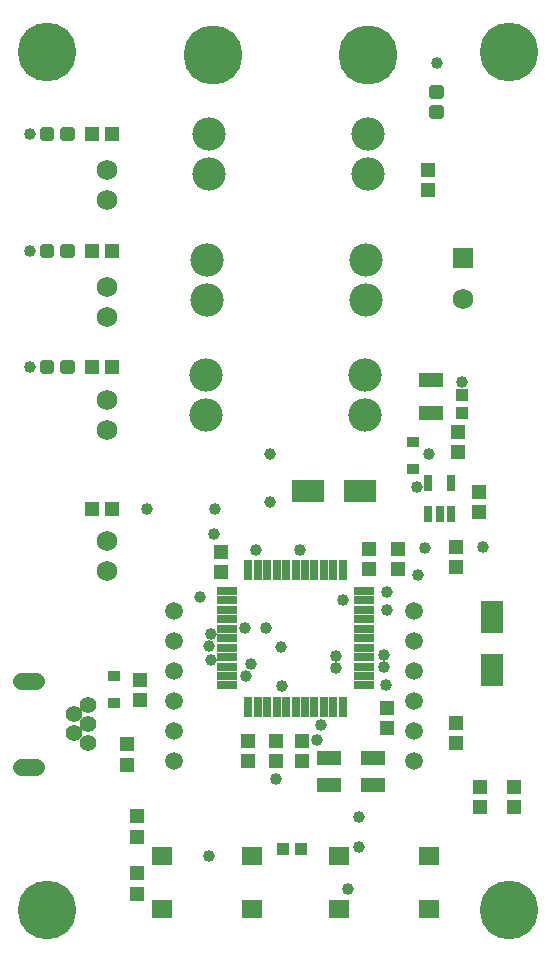
<source format=gbr>
G04 EAGLE Gerber RS-274X export*
G75*
%MOMM*%
%FSLAX34Y34*%
%LPD*%
%INSoldermask Top*%
%IPPOS*%
%AMOC8*
5,1,8,0,0,1.08239X$1,22.5*%
G01*
%ADD10C,4.965700*%
%ADD11C,5.003200*%
%ADD12R,1.203200X1.303200*%
%ADD13R,1.033200X0.833200*%
%ADD14C,1.511200*%
%ADD15R,2.003200X1.203200*%
%ADD16C,1.727200*%
%ADD17R,1.003200X1.003200*%
%ADD18C,0.505344*%
%ADD19R,1.753200X1.503200*%
%ADD20R,1.303200X1.203200*%
%ADD21R,0.753200X1.403200*%
%ADD22R,2.103200X1.303200*%
%ADD23C,2.828200*%
%ADD24R,1.703200X0.703200*%
%ADD25R,0.703200X1.703200*%
%ADD26C,1.411200*%
%ADD27C,1.411200*%
%ADD28R,1.727200X1.727200*%
%ADD29R,2.692400X1.955800*%
%ADD30R,1.955800X2.692400*%
%ADD31C,1.009600*%
%ADD32C,0.990600*%


D10*
X48260Y675640D03*
X439420Y675640D03*
X48260Y-50800D03*
X439420Y-50800D03*
D11*
X320040Y673100D03*
D12*
X345440Y237880D03*
X345440Y254880D03*
X414020Y303140D03*
X414020Y286140D03*
X264160Y75320D03*
X264160Y92320D03*
X321310Y237880D03*
X321310Y254880D03*
X242570Y92320D03*
X242570Y75320D03*
X394970Y239150D03*
X394970Y256150D03*
X218440Y92320D03*
X218440Y75320D03*
X336550Y120260D03*
X336550Y103260D03*
D13*
X358140Y322510D03*
X358140Y345510D03*
D14*
X359460Y75430D03*
X359460Y100830D03*
X359460Y126230D03*
X359460Y151630D03*
X359460Y177030D03*
X359460Y202430D03*
X156260Y75430D03*
X156260Y100830D03*
X156260Y126230D03*
X156260Y151630D03*
X156260Y177030D03*
X156260Y202430D03*
D15*
X373380Y397540D03*
X373380Y369540D03*
D11*
X189230Y673100D03*
D16*
X99060Y355600D03*
X99060Y381000D03*
X99060Y450850D03*
X99060Y476250D03*
X99060Y549910D03*
X99060Y575310D03*
X99060Y236220D03*
X99060Y261620D03*
D17*
X263405Y635D03*
X248405Y635D03*
X400050Y384690D03*
X400050Y369690D03*
D18*
X381950Y638375D02*
X374970Y638375D01*
X374970Y645355D01*
X381950Y645355D01*
X381950Y638375D01*
X381950Y643175D02*
X374970Y643175D01*
X374970Y620835D02*
X381950Y620835D01*
X374970Y620835D02*
X374970Y627815D01*
X381950Y627815D01*
X381950Y620835D01*
X381950Y625635D02*
X374970Y625635D01*
D19*
X222500Y-50440D03*
X145800Y-50440D03*
X145800Y-5440D03*
X222500Y-5440D03*
X295660Y-5440D03*
X372360Y-5440D03*
X372360Y-50440D03*
X295660Y-50440D03*
D20*
X125095Y11185D03*
X125095Y28185D03*
D12*
X396240Y353940D03*
X396240Y336940D03*
X370840Y575555D03*
X370840Y558555D03*
D20*
X86750Y288290D03*
X103750Y288290D03*
D12*
X116205Y72145D03*
X116205Y89145D03*
X394970Y107560D03*
X394970Y90560D03*
X127000Y143755D03*
X127000Y126755D03*
D20*
X415290Y35950D03*
X415290Y52950D03*
D21*
X371500Y284179D03*
X381000Y284179D03*
X390500Y284179D03*
X390500Y310181D03*
X371500Y310181D03*
D22*
X287570Y54540D03*
X324570Y77540D03*
X287570Y77540D03*
X324570Y54540D03*
D23*
X184110Y499600D03*
X184110Y465600D03*
X318810Y499600D03*
X318810Y465600D03*
X182840Y401810D03*
X182840Y367810D03*
X317540Y401810D03*
X317540Y367810D03*
X185380Y606280D03*
X185380Y572280D03*
X320080Y606280D03*
X320080Y572280D03*
D20*
X86750Y506730D03*
X103750Y506730D03*
X86750Y408940D03*
X103750Y408940D03*
X86750Y605790D03*
X103750Y605790D03*
D18*
X51870Y609280D02*
X51870Y602300D01*
X44890Y602300D01*
X44890Y609280D01*
X51870Y609280D01*
X51870Y607100D02*
X44890Y607100D01*
X69410Y609280D02*
X69410Y602300D01*
X62430Y602300D01*
X62430Y609280D01*
X69410Y609280D01*
X69410Y607100D02*
X62430Y607100D01*
X51870Y412430D02*
X51870Y405450D01*
X44890Y405450D01*
X44890Y412430D01*
X51870Y412430D01*
X51870Y410250D02*
X44890Y410250D01*
X69410Y412430D02*
X69410Y405450D01*
X62430Y405450D01*
X62430Y412430D01*
X69410Y412430D01*
X69410Y410250D02*
X62430Y410250D01*
X51870Y503240D02*
X51870Y510220D01*
X51870Y503240D02*
X44890Y503240D01*
X44890Y510220D01*
X51870Y510220D01*
X51870Y508040D02*
X44890Y508040D01*
X69410Y510220D02*
X69410Y503240D01*
X62430Y503240D01*
X62430Y510220D01*
X69410Y510220D01*
X69410Y508040D02*
X62430Y508040D01*
D24*
X201080Y219070D03*
X201080Y211070D03*
X201080Y203070D03*
X201080Y195070D03*
X201080Y187070D03*
X201080Y179070D03*
X201080Y171070D03*
X201080Y163070D03*
X201080Y155070D03*
X201080Y147070D03*
X201080Y139070D03*
D25*
X219080Y121070D03*
X227080Y121070D03*
X235080Y121070D03*
X243080Y121070D03*
X251080Y121070D03*
X259080Y121070D03*
X267080Y121070D03*
X275080Y121070D03*
X283080Y121070D03*
X291080Y121070D03*
X299080Y121070D03*
D24*
X317080Y139070D03*
X317080Y147070D03*
X317080Y155070D03*
X317080Y163070D03*
X317080Y171070D03*
X317080Y179070D03*
X317080Y187070D03*
X317080Y195070D03*
X317080Y203070D03*
X317080Y211070D03*
X317080Y219070D03*
D25*
X299080Y237070D03*
X291080Y237070D03*
X283080Y237070D03*
X275080Y237070D03*
X267080Y237070D03*
X259080Y237070D03*
X251080Y237070D03*
X243080Y237070D03*
X235080Y237070D03*
X227080Y237070D03*
X219080Y237070D03*
D13*
X105410Y147390D03*
X105410Y124390D03*
D26*
X39060Y143180D02*
X26980Y143180D01*
X26980Y70180D02*
X39060Y70180D01*
D27*
X71520Y98680D03*
X71520Y114680D03*
X83520Y90680D03*
X83520Y106680D03*
X83520Y122680D03*
D12*
X195580Y235340D03*
X195580Y252340D03*
X125095Y-37075D03*
X125095Y-20075D03*
X443865Y52950D03*
X443865Y35950D03*
D28*
X400685Y501142D03*
D16*
X400685Y466090D03*
D29*
X269367Y303530D03*
X313563Y303530D03*
D30*
X425450Y152527D03*
X425450Y196723D03*
D31*
X34290Y408940D03*
X34290Y506730D03*
X34290Y605790D03*
X378460Y666115D03*
X335280Y139700D03*
X187170Y182880D03*
X336550Y218440D03*
X242570Y59690D03*
X417830Y256540D03*
X276860Y92710D03*
X368300Y255270D03*
X185420Y-5080D03*
X303530Y-33020D03*
X400050Y396240D03*
X262890Y254000D03*
X189865Y267335D03*
X334010Y154742D03*
X293370Y154107D03*
X221615Y157480D03*
D32*
X187325Y160655D03*
D31*
X217074Y147264D03*
X334010Y165100D03*
X293370Y163830D03*
X312420Y27940D03*
X312420Y2540D03*
X280670Y105410D03*
X133350Y288290D03*
X225862Y254000D03*
X336550Y203200D03*
X190500Y288290D03*
X247650Y138430D03*
D32*
X247015Y172085D03*
X237490Y294640D03*
X237490Y335280D03*
D31*
X372110Y335280D03*
X361950Y307340D03*
D32*
X185484Y172374D03*
X177800Y213995D03*
D31*
X216309Y187960D03*
X233680Y187960D03*
X362427Y232887D03*
X299085Y211455D03*
M02*

</source>
